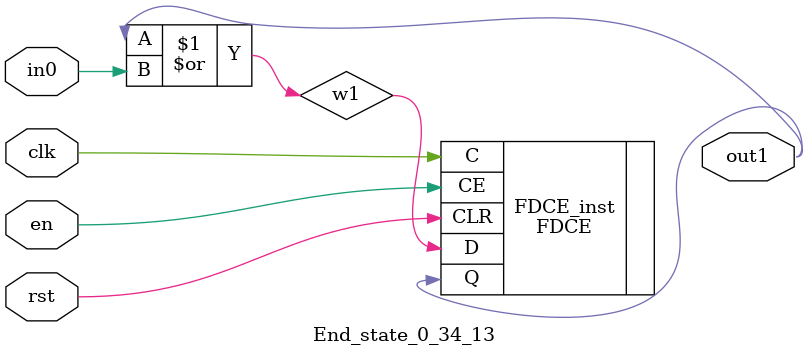
<source format=v>
module engine_0_34(out,clk,sod,en, in_93, in_94, in_95, in_36, in_37, in_72, in_77);
//pcre: /\x2C\x3A\x2C\x6A[^\r\n]*\x47\x2C\x6F\x2C\x2C\x79\x2C/
//block char: \x2C[8], \x6A[8], \x47[8], \x3A[8], [^\r\n][2], o[0], y[0], 

	input clk,sod,en;

	input in_93, in_94, in_95, in_36, in_37, in_72, in_77;
	output out;

	assign w0 = 1'b1;
	state_0_34_1 BlockState_0_34_1 (w1,in_93,clk,en,sod,w0);
	state_0_34_2 BlockState_0_34_2 (w2,in_36,clk,en,sod,w1);
	state_0_34_3 BlockState_0_34_3 (w3,in_93,clk,en,sod,w2);
	state_0_34_4 BlockState_0_34_4 (w4,in_94,clk,en,sod,w3);
	state_0_34_5 BlockState_0_34_5 (w5,in_37,clk,en,sod,w5,w4);
	state_0_34_6 BlockState_0_34_6 (w6,in_95,clk,en,sod,w4,w5);
	state_0_34_7 BlockState_0_34_7 (w7,in_93,clk,en,sod,w6);
	state_0_34_8 BlockState_0_34_8 (w8,in_72,clk,en,sod,w7);
	state_0_34_9 BlockState_0_34_9 (w9,in_93,clk,en,sod,w8);
	state_0_34_10 BlockState_0_34_10 (w10,in_93,clk,en,sod,w9);
	state_0_34_11 BlockState_0_34_11 (w11,in_77,clk,en,sod,w10);
	state_0_34_12 BlockState_0_34_12 (w12,in_93,clk,en,sod,w11);
	End_state_0_34_13 BlockState_0_34_13 (out,clk,en,sod,w12);
endmodule

module state_0_34_1(out1,in_char,clk,en,rst,in0);
	input in_char,clk,en,rst,in0;
	output out1;
	wire w1,w2;
	assign w1 = in0; 
	and(w2,in_char,w1);
	FDCE #(.INIT(1'b0)) FDCE_inst (
		.Q(out1),
		.C(clk),
		.CE(en),
		.CLR(rst),
		.D(w2)
);
endmodule

module state_0_34_2(out1,in_char,clk,en,rst,in0);
	input in_char,clk,en,rst,in0;
	output out1;
	wire w1,w2;
	assign w1 = in0; 
	and(w2,in_char,w1);
	FDCE #(.INIT(1'b0)) FDCE_inst (
		.Q(out1),
		.C(clk),
		.CE(en),
		.CLR(rst),
		.D(w2)
);
endmodule

module state_0_34_3(out1,in_char,clk,en,rst,in0);
	input in_char,clk,en,rst,in0;
	output out1;
	wire w1,w2;
	assign w1 = in0; 
	and(w2,in_char,w1);
	FDCE #(.INIT(1'b0)) FDCE_inst (
		.Q(out1),
		.C(clk),
		.CE(en),
		.CLR(rst),
		.D(w2)
);
endmodule

module state_0_34_4(out1,in_char,clk,en,rst,in0);
	input in_char,clk,en,rst,in0;
	output out1;
	wire w1,w2;
	assign w1 = in0; 
	and(w2,in_char,w1);
	FDCE #(.INIT(1'b0)) FDCE_inst (
		.Q(out1),
		.C(clk),
		.CE(en),
		.CLR(rst),
		.D(w2)
);
endmodule

module state_0_34_5(out1,in_char,clk,en,rst,in0,in1);
	input in_char,clk,en,rst,in0,in1;
	output out1;
	wire w1,w2;
	or(w1,in0,in1);
	and(w2,in_char,w1);
	FDCE #(.INIT(1'b0)) FDCE_inst (
		.Q(out1),
		.C(clk),
		.CE(en),
		.CLR(rst),
		.D(w2)
);
endmodule

module state_0_34_6(out1,in_char,clk,en,rst,in0,in1);
	input in_char,clk,en,rst,in0,in1;
	output out1;
	wire w1,w2;
	or(w1,in0,in1);
	and(w2,in_char,w1);
	FDCE #(.INIT(1'b0)) FDCE_inst (
		.Q(out1),
		.C(clk),
		.CE(en),
		.CLR(rst),
		.D(w2)
);
endmodule

module state_0_34_7(out1,in_char,clk,en,rst,in0);
	input in_char,clk,en,rst,in0;
	output out1;
	wire w1,w2;
	assign w1 = in0; 
	and(w2,in_char,w1);
	FDCE #(.INIT(1'b0)) FDCE_inst (
		.Q(out1),
		.C(clk),
		.CE(en),
		.CLR(rst),
		.D(w2)
);
endmodule

module state_0_34_8(out1,in_char,clk,en,rst,in0);
	input in_char,clk,en,rst,in0;
	output out1;
	wire w1,w2;
	assign w1 = in0; 
	and(w2,in_char,w1);
	FDCE #(.INIT(1'b0)) FDCE_inst (
		.Q(out1),
		.C(clk),
		.CE(en),
		.CLR(rst),
		.D(w2)
);
endmodule

module state_0_34_9(out1,in_char,clk,en,rst,in0);
	input in_char,clk,en,rst,in0;
	output out1;
	wire w1,w2;
	assign w1 = in0; 
	and(w2,in_char,w1);
	FDCE #(.INIT(1'b0)) FDCE_inst (
		.Q(out1),
		.C(clk),
		.CE(en),
		.CLR(rst),
		.D(w2)
);
endmodule

module state_0_34_10(out1,in_char,clk,en,rst,in0);
	input in_char,clk,en,rst,in0;
	output out1;
	wire w1,w2;
	assign w1 = in0; 
	and(w2,in_char,w1);
	FDCE #(.INIT(1'b0)) FDCE_inst (
		.Q(out1),
		.C(clk),
		.CE(en),
		.CLR(rst),
		.D(w2)
);
endmodule

module state_0_34_11(out1,in_char,clk,en,rst,in0);
	input in_char,clk,en,rst,in0;
	output out1;
	wire w1,w2;
	assign w1 = in0; 
	and(w2,in_char,w1);
	FDCE #(.INIT(1'b0)) FDCE_inst (
		.Q(out1),
		.C(clk),
		.CE(en),
		.CLR(rst),
		.D(w2)
);
endmodule

module state_0_34_12(out1,in_char,clk,en,rst,in0);
	input in_char,clk,en,rst,in0;
	output out1;
	wire w1,w2;
	assign w1 = in0; 
	and(w2,in_char,w1);
	FDCE #(.INIT(1'b0)) FDCE_inst (
		.Q(out1),
		.C(clk),
		.CE(en),
		.CLR(rst),
		.D(w2)
);
endmodule

module End_state_0_34_13(out1,clk,en,rst,in0);
	input clk,rst,en,in0;
	output out1;
	wire w1;
	or(w1,out1,in0);
	FDCE #(.INIT(1'b0)) FDCE_inst (
		.Q(out1),
		.C(clk),
		.CE(en),
		.CLR(rst),
		.D(w1)
);
endmodule


</source>
